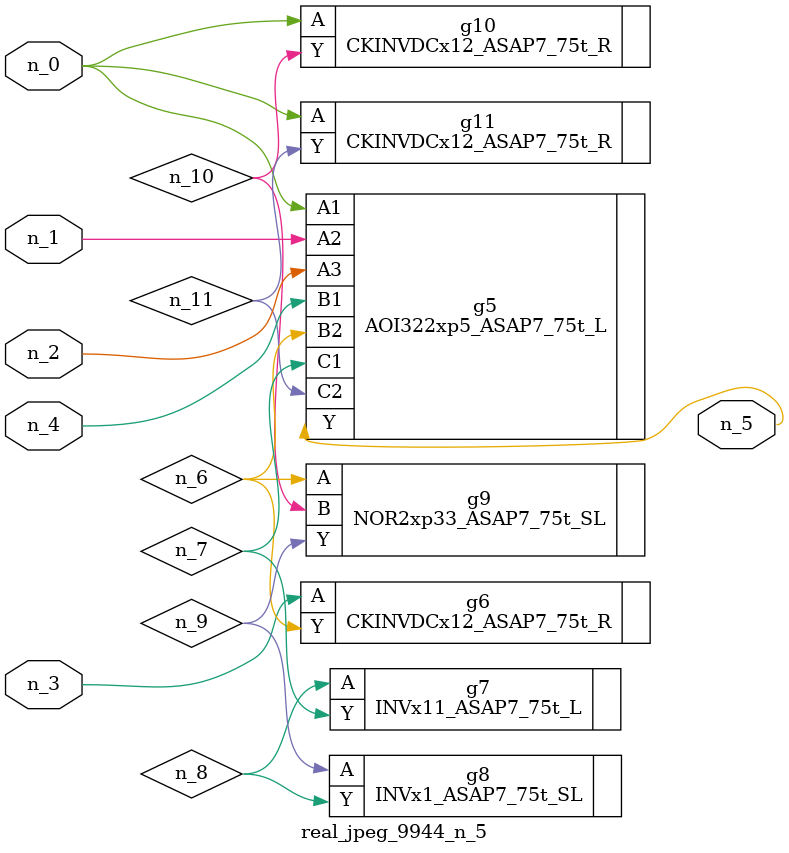
<source format=v>
module real_jpeg_9944_n_5 (n_4, n_0, n_1, n_2, n_3, n_5);

input n_4;
input n_0;
input n_1;
input n_2;
input n_3;

output n_5;

wire n_8;
wire n_11;
wire n_6;
wire n_7;
wire n_10;
wire n_9;

AOI322xp5_ASAP7_75t_L g5 ( 
.A1(n_0),
.A2(n_1),
.A3(n_2),
.B1(n_4),
.B2(n_6),
.C1(n_7),
.C2(n_11),
.Y(n_5)
);

CKINVDCx12_ASAP7_75t_R g10 ( 
.A(n_0),
.Y(n_10)
);

CKINVDCx12_ASAP7_75t_R g11 ( 
.A(n_0),
.Y(n_11)
);

CKINVDCx12_ASAP7_75t_R g6 ( 
.A(n_3),
.Y(n_6)
);

NOR2xp33_ASAP7_75t_SL g9 ( 
.A(n_6),
.B(n_10),
.Y(n_9)
);

INVx11_ASAP7_75t_L g7 ( 
.A(n_8),
.Y(n_7)
);

INVx1_ASAP7_75t_SL g8 ( 
.A(n_9),
.Y(n_8)
);


endmodule
</source>
